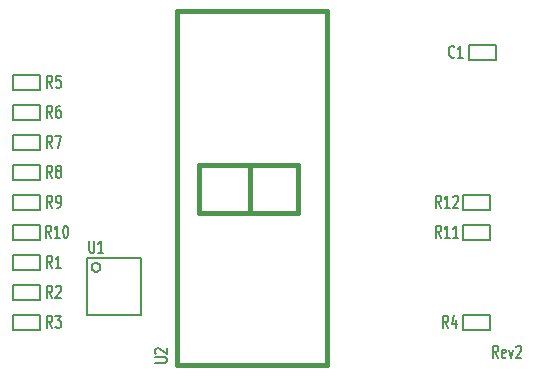
<source format=gto>
G04 (created by PCBNEW-RS274X (2012-01-19 BZR 3256)-stable) date 1/26/2013 3:19:43 PM*
G01*
G70*
G90*
%MOIN*%
G04 Gerber Fmt 3.4, Leading zero omitted, Abs format*
%FSLAX34Y34*%
G04 APERTURE LIST*
%ADD10C,0.006000*%
%ADD11C,0.005000*%
%ADD12C,0.008000*%
%ADD13C,0.015000*%
G04 APERTURE END LIST*
G54D10*
G54D11*
X57207Y-55662D02*
X57107Y-55471D01*
X57035Y-55662D02*
X57035Y-55262D01*
X57150Y-55262D01*
X57178Y-55281D01*
X57193Y-55300D01*
X57207Y-55338D01*
X57207Y-55395D01*
X57193Y-55433D01*
X57178Y-55452D01*
X57150Y-55471D01*
X57035Y-55471D01*
X57450Y-55643D02*
X57421Y-55662D01*
X57364Y-55662D01*
X57335Y-55643D01*
X57321Y-55605D01*
X57321Y-55452D01*
X57335Y-55414D01*
X57364Y-55395D01*
X57421Y-55395D01*
X57450Y-55414D01*
X57464Y-55452D01*
X57464Y-55490D01*
X57321Y-55529D01*
X57564Y-55395D02*
X57635Y-55662D01*
X57707Y-55395D01*
X57807Y-55300D02*
X57821Y-55281D01*
X57850Y-55262D01*
X57921Y-55262D01*
X57950Y-55281D01*
X57964Y-55300D01*
X57979Y-55338D01*
X57979Y-55376D01*
X57964Y-55433D01*
X57793Y-55662D01*
X57979Y-55662D01*
X43950Y-52650D02*
X43947Y-52679D01*
X43938Y-52707D01*
X43924Y-52733D01*
X43906Y-52755D01*
X43883Y-52774D01*
X43858Y-52788D01*
X43830Y-52796D01*
X43801Y-52799D01*
X43772Y-52797D01*
X43744Y-52789D01*
X43718Y-52775D01*
X43696Y-52757D01*
X43677Y-52734D01*
X43663Y-52709D01*
X43654Y-52681D01*
X43651Y-52652D01*
X43653Y-52623D01*
X43661Y-52595D01*
X43674Y-52569D01*
X43693Y-52546D01*
X43715Y-52527D01*
X43740Y-52513D01*
X43768Y-52504D01*
X43797Y-52501D01*
X43826Y-52503D01*
X43854Y-52511D01*
X43880Y-52524D01*
X43903Y-52542D01*
X43922Y-52564D01*
X43937Y-52589D01*
X43946Y-52617D01*
X43949Y-52646D01*
X43950Y-52650D01*
G54D12*
X43500Y-52350D02*
X43500Y-54250D01*
X43500Y-54250D02*
X45300Y-54250D01*
X45300Y-54250D02*
X45300Y-52350D01*
X45300Y-52350D02*
X43500Y-52350D01*
G54D11*
X56050Y-50250D02*
X56950Y-50250D01*
X56950Y-50250D02*
X56950Y-50750D01*
X56950Y-50750D02*
X56050Y-50750D01*
X56050Y-50750D02*
X56050Y-50250D01*
X56050Y-51250D02*
X56950Y-51250D01*
X56950Y-51250D02*
X56950Y-51750D01*
X56950Y-51750D02*
X56050Y-51750D01*
X56050Y-51750D02*
X56050Y-51250D01*
X41950Y-51750D02*
X41050Y-51750D01*
X41050Y-51750D02*
X41050Y-51250D01*
X41050Y-51250D02*
X41950Y-51250D01*
X41950Y-51250D02*
X41950Y-51750D01*
X41950Y-50750D02*
X41050Y-50750D01*
X41050Y-50750D02*
X41050Y-50250D01*
X41050Y-50250D02*
X41950Y-50250D01*
X41950Y-50250D02*
X41950Y-50750D01*
X41950Y-49750D02*
X41050Y-49750D01*
X41050Y-49750D02*
X41050Y-49250D01*
X41050Y-49250D02*
X41950Y-49250D01*
X41950Y-49250D02*
X41950Y-49750D01*
X41950Y-48750D02*
X41050Y-48750D01*
X41050Y-48750D02*
X41050Y-48250D01*
X41050Y-48250D02*
X41950Y-48250D01*
X41950Y-48250D02*
X41950Y-48750D01*
X41950Y-47750D02*
X41050Y-47750D01*
X41050Y-47750D02*
X41050Y-47250D01*
X41050Y-47250D02*
X41950Y-47250D01*
X41950Y-47250D02*
X41950Y-47750D01*
X41950Y-46750D02*
X41050Y-46750D01*
X41050Y-46750D02*
X41050Y-46250D01*
X41050Y-46250D02*
X41950Y-46250D01*
X41950Y-46250D02*
X41950Y-46750D01*
X56950Y-54750D02*
X56050Y-54750D01*
X56050Y-54750D02*
X56050Y-54250D01*
X56050Y-54250D02*
X56950Y-54250D01*
X56950Y-54250D02*
X56950Y-54750D01*
X41950Y-54750D02*
X41050Y-54750D01*
X41050Y-54750D02*
X41050Y-54250D01*
X41050Y-54250D02*
X41950Y-54250D01*
X41950Y-54250D02*
X41950Y-54750D01*
X41950Y-53750D02*
X41050Y-53750D01*
X41050Y-53750D02*
X41050Y-53250D01*
X41050Y-53250D02*
X41950Y-53250D01*
X41950Y-53250D02*
X41950Y-53750D01*
X41950Y-52750D02*
X41050Y-52750D01*
X41050Y-52750D02*
X41050Y-52250D01*
X41050Y-52250D02*
X41950Y-52250D01*
X41950Y-52250D02*
X41950Y-52750D01*
X56250Y-45250D02*
X57150Y-45250D01*
X57150Y-45250D02*
X57150Y-45750D01*
X57150Y-45750D02*
X56250Y-45750D01*
X56250Y-45750D02*
X56250Y-45250D01*
G54D13*
X47250Y-49250D02*
X47250Y-50850D01*
X50550Y-49250D02*
X50550Y-50850D01*
X47250Y-50850D02*
X50550Y-50850D01*
X47250Y-49250D02*
X50550Y-49250D01*
X51500Y-55900D02*
X46500Y-55900D01*
X46500Y-55900D02*
X46500Y-44100D01*
X46500Y-44100D02*
X51500Y-44100D01*
X51500Y-44100D02*
X51500Y-55900D01*
X48950Y-50850D02*
X48950Y-49250D01*
G54D11*
X43571Y-51762D02*
X43571Y-52086D01*
X43586Y-52124D01*
X43600Y-52143D01*
X43629Y-52162D01*
X43686Y-52162D01*
X43714Y-52143D01*
X43729Y-52124D01*
X43743Y-52086D01*
X43743Y-51762D01*
X44043Y-52162D02*
X43871Y-52162D01*
X43957Y-52162D02*
X43957Y-51762D01*
X43928Y-51819D01*
X43900Y-51857D01*
X43871Y-51876D01*
X55307Y-50662D02*
X55207Y-50471D01*
X55135Y-50662D02*
X55135Y-50262D01*
X55250Y-50262D01*
X55278Y-50281D01*
X55293Y-50300D01*
X55307Y-50338D01*
X55307Y-50395D01*
X55293Y-50433D01*
X55278Y-50452D01*
X55250Y-50471D01*
X55135Y-50471D01*
X55593Y-50662D02*
X55421Y-50662D01*
X55507Y-50662D02*
X55507Y-50262D01*
X55478Y-50319D01*
X55450Y-50357D01*
X55421Y-50376D01*
X55707Y-50300D02*
X55721Y-50281D01*
X55750Y-50262D01*
X55821Y-50262D01*
X55850Y-50281D01*
X55864Y-50300D01*
X55879Y-50338D01*
X55879Y-50376D01*
X55864Y-50433D01*
X55693Y-50662D01*
X55879Y-50662D01*
X55307Y-51662D02*
X55207Y-51471D01*
X55135Y-51662D02*
X55135Y-51262D01*
X55250Y-51262D01*
X55278Y-51281D01*
X55293Y-51300D01*
X55307Y-51338D01*
X55307Y-51395D01*
X55293Y-51433D01*
X55278Y-51452D01*
X55250Y-51471D01*
X55135Y-51471D01*
X55593Y-51662D02*
X55421Y-51662D01*
X55507Y-51662D02*
X55507Y-51262D01*
X55478Y-51319D01*
X55450Y-51357D01*
X55421Y-51376D01*
X55879Y-51662D02*
X55707Y-51662D01*
X55793Y-51662D02*
X55793Y-51262D01*
X55764Y-51319D01*
X55736Y-51357D01*
X55707Y-51376D01*
X42307Y-51662D02*
X42207Y-51471D01*
X42135Y-51662D02*
X42135Y-51262D01*
X42250Y-51262D01*
X42278Y-51281D01*
X42293Y-51300D01*
X42307Y-51338D01*
X42307Y-51395D01*
X42293Y-51433D01*
X42278Y-51452D01*
X42250Y-51471D01*
X42135Y-51471D01*
X42593Y-51662D02*
X42421Y-51662D01*
X42507Y-51662D02*
X42507Y-51262D01*
X42478Y-51319D01*
X42450Y-51357D01*
X42421Y-51376D01*
X42779Y-51262D02*
X42807Y-51262D01*
X42836Y-51281D01*
X42850Y-51300D01*
X42864Y-51338D01*
X42879Y-51414D01*
X42879Y-51510D01*
X42864Y-51586D01*
X42850Y-51624D01*
X42836Y-51643D01*
X42807Y-51662D01*
X42779Y-51662D01*
X42750Y-51643D01*
X42736Y-51624D01*
X42721Y-51586D01*
X42707Y-51510D01*
X42707Y-51414D01*
X42721Y-51338D01*
X42736Y-51300D01*
X42750Y-51281D01*
X42779Y-51262D01*
X42350Y-50662D02*
X42250Y-50471D01*
X42178Y-50662D02*
X42178Y-50262D01*
X42293Y-50262D01*
X42321Y-50281D01*
X42336Y-50300D01*
X42350Y-50338D01*
X42350Y-50395D01*
X42336Y-50433D01*
X42321Y-50452D01*
X42293Y-50471D01*
X42178Y-50471D01*
X42493Y-50662D02*
X42550Y-50662D01*
X42578Y-50643D01*
X42593Y-50624D01*
X42621Y-50567D01*
X42636Y-50490D01*
X42636Y-50338D01*
X42621Y-50300D01*
X42607Y-50281D01*
X42578Y-50262D01*
X42521Y-50262D01*
X42493Y-50281D01*
X42478Y-50300D01*
X42464Y-50338D01*
X42464Y-50433D01*
X42478Y-50471D01*
X42493Y-50490D01*
X42521Y-50510D01*
X42578Y-50510D01*
X42607Y-50490D01*
X42621Y-50471D01*
X42636Y-50433D01*
X42350Y-49662D02*
X42250Y-49471D01*
X42178Y-49662D02*
X42178Y-49262D01*
X42293Y-49262D01*
X42321Y-49281D01*
X42336Y-49300D01*
X42350Y-49338D01*
X42350Y-49395D01*
X42336Y-49433D01*
X42321Y-49452D01*
X42293Y-49471D01*
X42178Y-49471D01*
X42521Y-49433D02*
X42493Y-49414D01*
X42478Y-49395D01*
X42464Y-49357D01*
X42464Y-49338D01*
X42478Y-49300D01*
X42493Y-49281D01*
X42521Y-49262D01*
X42578Y-49262D01*
X42607Y-49281D01*
X42621Y-49300D01*
X42636Y-49338D01*
X42636Y-49357D01*
X42621Y-49395D01*
X42607Y-49414D01*
X42578Y-49433D01*
X42521Y-49433D01*
X42493Y-49452D01*
X42478Y-49471D01*
X42464Y-49510D01*
X42464Y-49586D01*
X42478Y-49624D01*
X42493Y-49643D01*
X42521Y-49662D01*
X42578Y-49662D01*
X42607Y-49643D01*
X42621Y-49624D01*
X42636Y-49586D01*
X42636Y-49510D01*
X42621Y-49471D01*
X42607Y-49452D01*
X42578Y-49433D01*
X42350Y-48662D02*
X42250Y-48471D01*
X42178Y-48662D02*
X42178Y-48262D01*
X42293Y-48262D01*
X42321Y-48281D01*
X42336Y-48300D01*
X42350Y-48338D01*
X42350Y-48395D01*
X42336Y-48433D01*
X42321Y-48452D01*
X42293Y-48471D01*
X42178Y-48471D01*
X42450Y-48262D02*
X42650Y-48262D01*
X42521Y-48662D01*
X42350Y-47662D02*
X42250Y-47471D01*
X42178Y-47662D02*
X42178Y-47262D01*
X42293Y-47262D01*
X42321Y-47281D01*
X42336Y-47300D01*
X42350Y-47338D01*
X42350Y-47395D01*
X42336Y-47433D01*
X42321Y-47452D01*
X42293Y-47471D01*
X42178Y-47471D01*
X42607Y-47262D02*
X42550Y-47262D01*
X42521Y-47281D01*
X42507Y-47300D01*
X42478Y-47357D01*
X42464Y-47433D01*
X42464Y-47586D01*
X42478Y-47624D01*
X42493Y-47643D01*
X42521Y-47662D01*
X42578Y-47662D01*
X42607Y-47643D01*
X42621Y-47624D01*
X42636Y-47586D01*
X42636Y-47490D01*
X42621Y-47452D01*
X42607Y-47433D01*
X42578Y-47414D01*
X42521Y-47414D01*
X42493Y-47433D01*
X42478Y-47452D01*
X42464Y-47490D01*
X42350Y-46662D02*
X42250Y-46471D01*
X42178Y-46662D02*
X42178Y-46262D01*
X42293Y-46262D01*
X42321Y-46281D01*
X42336Y-46300D01*
X42350Y-46338D01*
X42350Y-46395D01*
X42336Y-46433D01*
X42321Y-46452D01*
X42293Y-46471D01*
X42178Y-46471D01*
X42621Y-46262D02*
X42478Y-46262D01*
X42464Y-46452D01*
X42478Y-46433D01*
X42507Y-46414D01*
X42578Y-46414D01*
X42607Y-46433D01*
X42621Y-46452D01*
X42636Y-46490D01*
X42636Y-46586D01*
X42621Y-46624D01*
X42607Y-46643D01*
X42578Y-46662D01*
X42507Y-46662D01*
X42478Y-46643D01*
X42464Y-46624D01*
X55550Y-54662D02*
X55450Y-54471D01*
X55378Y-54662D02*
X55378Y-54262D01*
X55493Y-54262D01*
X55521Y-54281D01*
X55536Y-54300D01*
X55550Y-54338D01*
X55550Y-54395D01*
X55536Y-54433D01*
X55521Y-54452D01*
X55493Y-54471D01*
X55378Y-54471D01*
X55807Y-54395D02*
X55807Y-54662D01*
X55736Y-54243D02*
X55664Y-54529D01*
X55850Y-54529D01*
X42350Y-54662D02*
X42250Y-54471D01*
X42178Y-54662D02*
X42178Y-54262D01*
X42293Y-54262D01*
X42321Y-54281D01*
X42336Y-54300D01*
X42350Y-54338D01*
X42350Y-54395D01*
X42336Y-54433D01*
X42321Y-54452D01*
X42293Y-54471D01*
X42178Y-54471D01*
X42450Y-54262D02*
X42636Y-54262D01*
X42536Y-54414D01*
X42578Y-54414D01*
X42607Y-54433D01*
X42621Y-54452D01*
X42636Y-54490D01*
X42636Y-54586D01*
X42621Y-54624D01*
X42607Y-54643D01*
X42578Y-54662D01*
X42493Y-54662D01*
X42464Y-54643D01*
X42450Y-54624D01*
X42350Y-53662D02*
X42250Y-53471D01*
X42178Y-53662D02*
X42178Y-53262D01*
X42293Y-53262D01*
X42321Y-53281D01*
X42336Y-53300D01*
X42350Y-53338D01*
X42350Y-53395D01*
X42336Y-53433D01*
X42321Y-53452D01*
X42293Y-53471D01*
X42178Y-53471D01*
X42464Y-53300D02*
X42478Y-53281D01*
X42507Y-53262D01*
X42578Y-53262D01*
X42607Y-53281D01*
X42621Y-53300D01*
X42636Y-53338D01*
X42636Y-53376D01*
X42621Y-53433D01*
X42450Y-53662D01*
X42636Y-53662D01*
X42350Y-52662D02*
X42250Y-52471D01*
X42178Y-52662D02*
X42178Y-52262D01*
X42293Y-52262D01*
X42321Y-52281D01*
X42336Y-52300D01*
X42350Y-52338D01*
X42350Y-52395D01*
X42336Y-52433D01*
X42321Y-52452D01*
X42293Y-52471D01*
X42178Y-52471D01*
X42636Y-52662D02*
X42464Y-52662D01*
X42550Y-52662D02*
X42550Y-52262D01*
X42521Y-52319D01*
X42493Y-52357D01*
X42464Y-52376D01*
X55750Y-45624D02*
X55736Y-45643D01*
X55693Y-45662D01*
X55664Y-45662D01*
X55621Y-45643D01*
X55593Y-45605D01*
X55578Y-45567D01*
X55564Y-45490D01*
X55564Y-45433D01*
X55578Y-45357D01*
X55593Y-45319D01*
X55621Y-45281D01*
X55664Y-45262D01*
X55693Y-45262D01*
X55736Y-45281D01*
X55750Y-45300D01*
X56036Y-45662D02*
X55864Y-45662D01*
X55950Y-45662D02*
X55950Y-45262D01*
X55921Y-45319D01*
X55893Y-45357D01*
X55864Y-45376D01*
X45762Y-55829D02*
X46086Y-55829D01*
X46124Y-55814D01*
X46143Y-55800D01*
X46162Y-55771D01*
X46162Y-55714D01*
X46143Y-55686D01*
X46124Y-55671D01*
X46086Y-55657D01*
X45762Y-55657D01*
X45800Y-55529D02*
X45781Y-55515D01*
X45762Y-55486D01*
X45762Y-55415D01*
X45781Y-55386D01*
X45800Y-55372D01*
X45838Y-55357D01*
X45876Y-55357D01*
X45933Y-55372D01*
X46162Y-55543D01*
X46162Y-55357D01*
M02*

</source>
